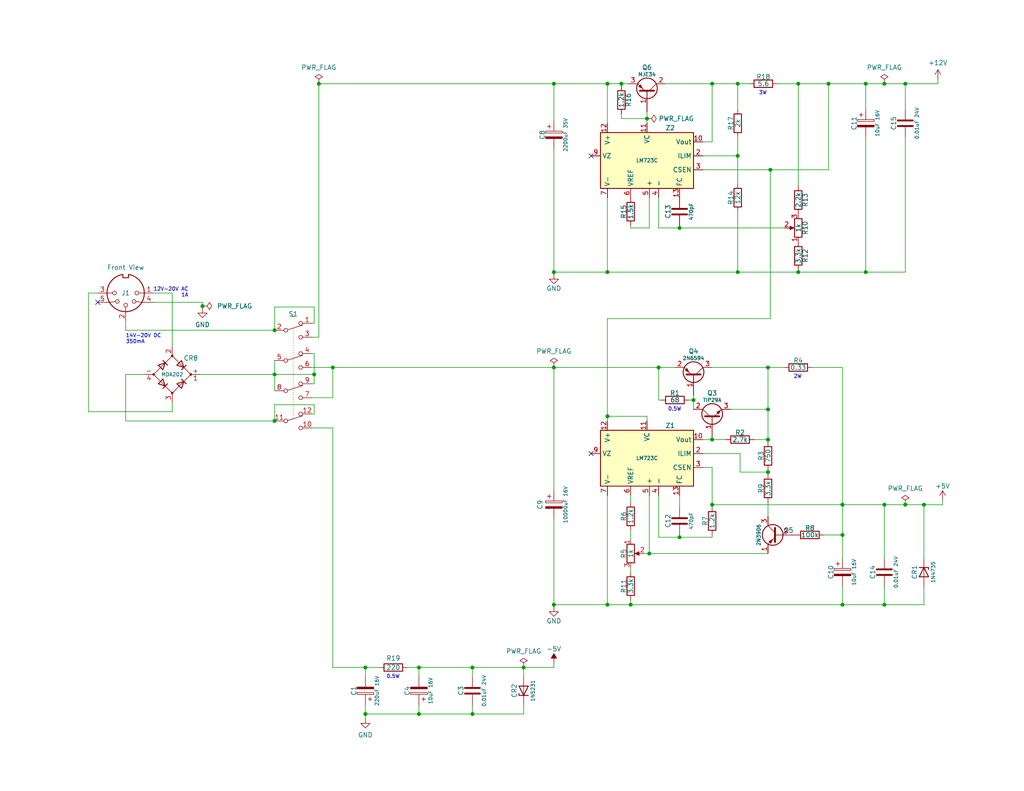
<source format=kicad_sch>
(kicad_sch (version 20231120) (generator "eeschema") (generator_version "8.0")
  (paper "USLetter")
  (title_block (title "TRS-80 Model I Rev D") (date "2024-11-20") (rev "E1A-D") (company "RetroStack - Marcel Erz") (comment 2 "Linear Voltage regulators for +5V, -5V, and +12V") (comment 4 "Power"))
  (lib_symbols
    (symbol "Connector:DIN-5_180degree" (pin_names (offset 1.016))
      (property "Reference" "J" (at 3.175 5.715 0))
      (property "Value" "DIN-5_180degree" (at 0 -6.35 0))
      (symbol "DIN-5_180degree_0_1"
        (arc (start -5.08 0) (mid -3.8609 -3.3364) (end -0.762 -5.08) (stroke (width 0.254)))
        (circle (center -3.048 0) (radius 0.508))
        (circle (center -2.286 2.286) (radius 0.508))
        (polyline (pts (xy -5.08 0) (xy -3.556 0)))
        (polyline (pts (xy 0 5.08) (xy 0 3.81)))
        (polyline (pts (xy 5.08 0) (xy 3.556 0)))
        (polyline (pts (xy -5.08 2.54) (xy -4.318 2.54) (xy -2.794 2.286)))
        (polyline (pts (xy 5.08 2.54) (xy 4.318 2.54) (xy 2.794 2.286)))
        (polyline (pts (xy -0.762 -4.953) (xy -0.762 -4.191) (xy 0.762 -4.191) (xy 0.762 -4.953)) (stroke (width 0.254)))
        (circle (center 0 3.302) (radius 0.508))
        (arc (start 0.762 -5.08) (mid 3.8685 -3.343) (end 5.08 0) (stroke (width 0.254)))
        (circle (center 2.286 2.286) (radius 0.508))
        (circle (center 3.048 0) (radius 0.508))
        (arc (start 5.08 0) (mid 0 5.0579) (end -5.08 0) (stroke (width 0.254)))
      )
      (symbol "DIN-5_180degree_1_1"
        (pin passive line (at -7.62 0 0) (length 2.54) (name "~") (number "1"))
        (pin passive line (at 0 7.62 270) (length 2.54) (name "~") (number "2"))
        (pin passive line (at 7.62 0 180) (length 2.54) (name "~") (number "3"))
        (pin passive line (at -7.62 2.54 0) (length 2.54) (name "~") (number "4"))
        (pin passive line (at 7.62 2.54 180) (length 2.54) (name "~") (number "5"))
      )
    )
    (symbol "Device:C" (pin_numbers hide) (pin_names (offset 0.254))
      (property "Reference" "C" (at 0.635 2.54 0))
      (property "Value" "C" (at 0.635 -2.54 0))
      (symbol "C_0_1"
        (polyline (pts (xy -2.032 -0.762) (xy 2.032 -0.762)) (stroke (width 0.508)))
        (polyline (pts (xy -2.032 0.762) (xy 2.032 0.762)) (stroke (width 0.508)))
      )
      (symbol "C_1_1"
        (pin passive line (at 0 3.81 270) (length 2.794) (name "~") (number "1"))
        (pin passive line (at 0 -3.81 90) (length 2.794) (name "~") (number "2"))
      )
    )
    (symbol "Device:C_Polarized" (pin_numbers hide) (pin_names (offset 0.254))
      (property "Reference" "C" (at 0.635 2.54 0))
      (property "Value" "C_Polarized" (at 0.635 -2.54 0))
      (symbol "C_Polarized_0_1"
        (rectangle (start -2.286 0.508) (end 2.286 1.016))
        (polyline (pts (xy -1.778 2.286) (xy -0.762 2.286)))
        (polyline (pts (xy -1.27 2.794) (xy -1.27 1.778)))
        (rectangle (start 2.286 -0.508) (end -2.286 -1.016) (fill (type outline)))
      )
      (symbol "C_Polarized_1_1"
        (pin passive line (at 0 3.81 270) (length 2.794) (name "~") (number "1"))
        (pin passive line (at 0 -3.81 90) (length 2.794) (name "~") (number "2"))
      )
    )
    (symbol "Device:D_Bridge_+AA-" (pin_names (offset 0))
      (property "Reference" "D" (at 2.54 6.985 0))
      (property "Value" "D_Bridge_+AA-" (at 2.54 5.08 0))
      (symbol "D_Bridge_+AA-_0_1"
        (circle (center -5.08 0) (radius 0.254) (fill (type outline)))
        (circle (center 0 -5.08) (radius 0.254) (fill (type outline)))
        (polyline (pts (xy -2.54 3.81) (xy -1.27 2.54)) (stroke (width 0.254)))
        (polyline (pts (xy -1.27 -2.54) (xy -2.54 -3.81)) (stroke (width 0.254)))
        (polyline (pts (xy 2.54 -1.27) (xy 3.81 -2.54)) (stroke (width 0.254)))
        (polyline (pts (xy 2.54 1.27) (xy 3.81 2.54)) (stroke (width 0.254)))
        (polyline (pts (xy -3.81 2.54) (xy -2.54 1.27) (xy -1.905 3.175) (xy -3.81 2.54)) (stroke (width 0.254)))
        (polyline (pts (xy -2.54 -1.27) (xy -3.81 -2.54) (xy -1.905 -3.175) (xy -2.54 -1.27)) (stroke (width 0.254)))
        (polyline (pts (xy 1.27 2.54) (xy 2.54 3.81) (xy 3.175 1.905) (xy 1.27 2.54)) (stroke (width 0.254)))
        (polyline (pts (xy 3.175 -1.905) (xy 1.27 -2.54) (xy 2.54 -3.81) (xy 3.175 -1.905)) (stroke (width 0.254)))
        (polyline (pts (xy -5.08 0) (xy 0 -5.08) (xy 5.08 0) (xy 0 5.08) (xy -5.08 0)))
        (circle (center 0 5.08) (radius 0.254) (fill (type outline)))
        (circle (center 5.08 0) (radius 0.254) (fill (type outline)))
      )
      (symbol "D_Bridge_+AA-_1_1"
        (pin passive line (at 7.62 0 180) (length 2.54) (name "+") (number "1"))
        (pin passive line (at 0 7.62 270) (length 2.54) (name "~") (number "2"))
        (pin passive line (at 0 -7.62 90) (length 2.54) (name "~") (number "3"))
        (pin passive line (at -7.62 0 0) (length 2.54) (name "-") (number "4"))
      )
    )
    (symbol "Device:D_Zener" (pin_numbers hide) (pin_names (offset 1.016) hide)
      (property "Reference" "D" (at 0 2.54 0))
      (property "Value" "D_Zener" (at 0 -2.54 0))
      (symbol "D_Zener_0_1"
        (polyline (pts (xy 1.27 0) (xy -1.27 0)))
        (polyline (pts (xy -1.27 -1.27) (xy -1.27 1.27) (xy -0.762 1.27)) (stroke (width 0.254)))
        (polyline (pts (xy 1.27 -1.27) (xy 1.27 1.27) (xy -1.27 0) (xy 1.27 -1.27)) (stroke (width 0.254)))
      )
      (symbol "D_Zener_1_1"
        (pin passive line (at -3.81 0 0) (length 2.54) (name "K") (number "1"))
        (pin passive line (at 3.81 0 180) (length 2.54) (name "A") (number "2"))
      )
    )
    (symbol "Device:Q_NPN_BCE" (pin_names (offset 0) hide)
      (property "Reference" "Q" (at 5.08 1.27 0))
      (property "Value" "Q_NPN_BCE" (at 5.08 -1.27 0))
      (symbol "Q_NPN_BCE_0_1"
        (polyline (pts (xy 0.635 0.635) (xy 2.54 2.54)))
        (polyline (pts (xy 0.635 -0.635) (xy 2.54 -2.54) (xy 2.54 -2.54)))
        (polyline (pts (xy 0.635 1.905) (xy 0.635 -1.905) (xy 0.635 -1.905)) (stroke (width 0.508)))
        (polyline (pts (xy 1.27 -1.778) (xy 1.778 -1.27) (xy 2.286 -2.286) (xy 1.27 -1.778) (xy 1.27 -1.778)) (fill (type outline)))
        (circle (center 1.27 0) (radius 2.8194) (stroke (width 0.254)))
      )
      (symbol "Q_NPN_BCE_1_1"
        (pin input line (at -5.08 0 0) (length 5.715) (name "B") (number "1"))
        (pin passive line (at 2.54 5.08 270) (length 2.54) (name "C") (number "2"))
        (pin passive line (at 2.54 -5.08 90) (length 2.54) (name "E") (number "3"))
      )
    )
    (symbol "Device:Q_PNP_BCE" (pin_names (offset 0) hide)
      (property "Reference" "Q" (at 5.08 1.27 0))
      (property "Value" "Q_PNP_BCE" (at 5.08 -1.27 0))
      (symbol "Q_PNP_BCE_0_1"
        (polyline (pts (xy 0.635 0.635) (xy 2.54 2.54)))
        (polyline (pts (xy 0.635 -0.635) (xy 2.54 -2.54) (xy 2.54 -2.54)))
        (polyline (pts (xy 0.635 1.905) (xy 0.635 -1.905) (xy 0.635 -1.905)) (stroke (width 0.508)))
        (polyline (pts (xy 2.286 -1.778) (xy 1.778 -2.286) (xy 1.27 -1.27) (xy 2.286 -1.778) (xy 2.286 -1.778)) (fill (type outline)))
        (circle (center 1.27 0) (radius 2.8194) (stroke (width 0.254)))
      )
      (symbol "Q_PNP_BCE_1_1"
        (pin input line (at -5.08 0 0) (length 5.715) (name "B") (number "1"))
        (pin passive line (at 2.54 5.08 270) (length 2.54) (name "C") (number "2"))
        (pin passive line (at 2.54 -5.08 90) (length 2.54) (name "E") (number "3"))
      )
    )
    (symbol "Device:Q_PNP_BEC" (pin_names (offset 0) hide)
      (property "Reference" "Q" (at 5.08 1.27 0))
      (property "Value" "Q_PNP_BEC" (at 5.08 -1.27 0))
      (symbol "Q_PNP_BEC_0_1"
        (polyline (pts (xy 0.635 0.635) (xy 2.54 2.54)))
        (polyline (pts (xy 0.635 -0.635) (xy 2.54 -2.54) (xy 2.54 -2.54)))
        (polyline (pts (xy 0.635 1.905) (xy 0.635 -1.905) (xy 0.635 -1.905)) (stroke (width 0.508)))
        (polyline (pts (xy 2.286 -1.778) (xy 1.778 -2.286) (xy 1.27 -1.27) (xy 2.286 -1.778) (xy 2.286 -1.778)) (fill (type outline)))
        (circle (center 1.27 0) (radius 2.8194) (stroke (width 0.254)))
      )
      (symbol "Q_PNP_BEC_1_1"
        (pin input line (at -5.08 0 0) (length 5.715) (name "B") (number "1"))
        (pin passive line (at 2.54 -5.08 90) (length 2.54) (name "E") (number "2"))
        (pin passive line (at 2.54 5.08 270) (length 2.54) (name "C") (number "3"))
      )
    )
    (symbol "Device:R" (pin_numbers hide) (pin_names (offset 0))
      (property "Reference" "R" (at 2.032 0 90))
      (property "Value" "R" (at 0 0 90))
      (symbol "R_0_1"
        (rectangle (start -1.016 -2.54) (end 1.016 2.54) (stroke (width 0.254)))
      )
      (symbol "R_1_1"
        (pin passive line (at 0 3.81 270) (length 1.27) (name "~") (number "1"))
        (pin passive line (at 0 -3.81 90) (length 1.27) (name "~") (number "2"))
      )
    )
    (symbol "Device:R_Potentiometer" (pin_names (offset 1.016) hide)
      (property "Reference" "RV" (at -4.445 0 90))
      (property "Value" "R_Potentiometer" (at -2.54 0 90))
      (symbol "R_Potentiometer_0_1"
        (polyline (pts (xy 2.54 0) (xy 1.524 0)))
        (polyline (pts (xy 1.143 0) (xy 2.286 0.508) (xy 2.286 -0.508) (xy 1.143 0)) (fill (type outline)))
        (rectangle (start 1.016 2.54) (end -1.016 -2.54) (stroke (width 0.254)))
      )
      (symbol "R_Potentiometer_1_1"
        (pin passive line (at 0 3.81 270) (length 1.27) (name "1") (number "1"))
        (pin passive line (at 3.81 0 180) (length 1.27) (name "2") (number "2"))
        (pin passive line (at 0 -3.81 90) (length 1.27) (name "3") (number "3"))
      )
    )
    (symbol "LM723C_1"
      (property "Reference" "U" (at 0 0 0))
      (symbol "LM723C_1_0_1"
        (rectangle (start -12.7 -5.08) (end 12.7 -20.32) (stroke (width 0.254)) (fill (type background)))
      )
      (symbol "LM723C_1_1_1"
        (pin no_connect line (at -15.24 -13.97 0) (length 2.54) hide (name "NC") (number "1"))
        (pin power_out line (at 15.24 -7.62 180) (length 2.54) (name "Vout") (number "10"))
        (pin power_in line (at 0 -2.54 270) (length 2.54) (name "VC") (number "11"))
        (pin power_in line (at -10.795 -2.54 270) (length 2.54) (name "V+") (number "12"))
        (pin input line (at 8.89 -22.86 90) (length 2.54) (name "FC") (number "13"))
        (pin no_connect line (at -15.24 -15.875 0) (length 2.54) hide (name "NC") (number "14"))
        (pin input line (at 15.24 -11.43 180) (length 2.54) (name "ILIM") (number "2"))
        (pin input line (at 15.24 -15.24 180) (length 2.54) (name "CSEN") (number "3"))
        (pin input line (at 3.175 -22.86 90) (length 2.54) (name "-") (number "4"))
        (pin input line (at 0.635 -22.86 90) (length 2.54) (name "+") (number "5"))
        (pin power_out line (at -4.445 -22.86 90) (length 2.54) (name "VREF") (number "6"))
        (pin power_in line (at -10.795 -22.86 90) (length 2.54) (name "V-") (number "7"))
        (pin no_connect line (at -15.24 -9.525 0) (length 2.54) hide (name "NC") (number "8"))
        (pin input line (at -15.24 -11.43 0) (length 2.54) (name "VZ") (number "9"))
      )
    )
    (symbol "RetroStackLibrary:LM723C"
      (property "Reference" "U" (at 0 0 0))
      (symbol "LM723C_0_1"
        (rectangle (start -12.7 -5.08) (end 12.7 -20.32) (stroke (width 0.254)) (fill (type background)))
      )
      (symbol "LM723C_1_1"
        (pin no_connect line (at -15.24 -13.97 0) (length 2.54) hide (name "NC") (number "1"))
        (pin power_out line (at 15.24 -7.62 180) (length 2.54) (name "Vout") (number "10"))
        (pin power_in line (at 0 -2.54 270) (length 2.54) (name "VC") (number "11"))
        (pin power_in line (at -10.795 -2.54 270) (length 2.54) (name "V+") (number "12"))
        (pin input line (at 8.89 -22.86 90) (length 2.54) (name "FC") (number "13"))
        (pin no_connect line (at -15.24 -15.875 0) (length 2.54) hide (name "NC") (number "14"))
        (pin input line (at 15.24 -11.43 180) (length 2.54) (name "ILIM") (number "2"))
        (pin input line (at 15.24 -15.24 180) (length 2.54) (name "CSEN") (number "3"))
        (pin input line (at 3.175 -22.86 90) (length 2.54) (name "-") (number "4"))
        (pin input line (at 0.635 -22.86 90) (length 2.54) (name "+") (number "5"))
        (pin power_out line (at -4.445 -22.86 90) (length 2.54) (name "VREF") (number "6"))
        (pin power_in line (at -10.795 -22.86 90) (length 2.54) (name "V-") (number "7"))
        (pin no_connect line (at -15.24 -9.525 0) (length 2.54) hide (name "NC") (number "8"))
        (pin input line (at -15.24 -11.43 0) (length 2.54) (name "VZ") (number "9"))
      )
    )
    (symbol "RetroStackLibrary:SW_4PST"
      (property "Reference" "SW" (at 0 0 0))
      (symbol "SW_4PST_0_0"
        (circle (center -2.032 -28.575) (radius 0.508))
        (circle (center -2.032 -20.32) (radius 0.508))
        (circle (center -2.032 -12.065) (radius 0.508))
        (circle (center -2.032 -3.81) (radius 0.508))
        (polyline (pts (xy -1.524 -28.448) (xy 2.54 -27.178)))
        (polyline (pts (xy -1.524 -20.193) (xy 2.54 -18.923)))
        (polyline (pts (xy -1.524 -11.938) (xy 2.54 -10.668)))
        (polyline (pts (xy -1.524 -3.683) (xy 2.54 -2.413)))
        (circle (center 2.032 -30.48) (radius 0.508))
        (circle (center 2.032 -26.67) (radius 0.508))
        (circle (center 2.032 -22.225) (radius 0.508))
        (circle (center 2.032 -18.415) (radius 0.508))
        (circle (center 2.032 -13.97) (radius 0.508))
        (circle (center 2.032 -10.16) (radius 0.508))
        (circle (center 2.032 -5.715) (radius 0.508))
        (circle (center 2.032 -1.905) (radius 0.508))
      )
      (symbol "SW_4PST_1_1"
        (polyline (pts (xy 0 -27.813) (xy 0 -3.3655)) (stroke (width 0) (type dot)))
        (pin passive line (at 5.08 -1.905 180) (length 2.54) (name "~") (number "1"))
        (pin passive line (at 5.08 -30.48 180) (length 2.54) (name "~") (number "10"))
        (pin passive line (at -5.08 -28.575 0) (length 2.54) (name "~") (number "11"))
        (pin passive line (at 5.08 -26.67 180) (length 2.54) (name "~") (number "12"))
        (pin passive line (at -5.08 -3.81 0) (length 2.54) (name "~") (number "2"))
        (pin passive line (at 5.08 -5.715 180) (length 2.54) (name "~") (number "3"))
        (pin passive line (at 5.08 -10.16 180) (length 2.54) (name "~") (number "4"))
        (pin passive line (at -5.08 -12.065 0) (length 2.54) (name "~") (number "5"))
        (pin passive line (at 5.08 -13.97 180) (length 2.54) (name "~") (number "6"))
        (pin passive line (at 5.08 -22.225 180) (length 2.54) (name "~") (number "7"))
        (pin passive line (at -5.08 -20.32 0) (length 2.54) (name "~") (number "8"))
        (pin passive line (at 5.08 -18.415 180) (length 2.54) (name "~") (number "9"))
      )
    )
    (symbol "Transistor_BJT:2N3906" (pin_names (offset 0) hide)
      (property "Reference" "Q" (at 5.08 1.905 0))
      (property "Value" "2N3906" (at 5.08 0 0))
      (symbol "2N3906_0_1"
        (polyline (pts (xy 0.635 0.635) (xy 2.54 2.54)))
        (polyline (pts (xy 0.635 -0.635) (xy 2.54 -2.54) (xy 2.54 -2.54)))
        (polyline (pts (xy 0.635 1.905) (xy 0.635 -1.905) (xy 0.635 -1.905)) (stroke (width 0.508)))
        (polyline (pts (xy 2.286 -1.778) (xy 1.778 -2.286) (xy 1.27 -1.27) (xy 2.286 -1.778) (xy 2.286 -1.778)) (fill (type outline)))
        (circle (center 1.27 0) (radius 2.8194) (stroke (width 0.254)))
      )
      (symbol "2N3906_1_1"
        (pin passive line (at 2.54 -5.08 90) (length 2.54) (name "E") (number "1"))
        (pin input line (at -5.08 0 0) (length 5.715) (name "B") (number "2"))
        (pin passive line (at 2.54 5.08 270) (length 2.54) (name "C") (number "3"))
      )
    )
    (symbol "power:+12V" (power) (pin_numbers hide) (pin_names (offset 0) hide)
      (property "Value" "+12V" (at 0 3.556 0))
      (symbol "+12V_0_1"
        (polyline (pts (xy -0.762 1.27) (xy 0 2.54)))
        (polyline (pts (xy 0 0) (xy 0 2.54)))
        (polyline (pts (xy 0 2.54) (xy 0.762 1.27)))
      )
      (symbol "+12V_1_1"
        (pin power_in line (at 0 0 90) (length 0) (name "~") (number "1"))
      )
    )
    (symbol "power:+5V" (power) (pin_numbers hide) (pin_names (offset 0) hide)
      (property "Value" "+5V" (at 0 3.556 0))
      (symbol "+5V_0_1"
        (polyline (pts (xy -0.762 1.27) (xy 0 2.54)))
        (polyline (pts (xy 0 0) (xy 0 2.54)))
        (polyline (pts (xy 0 2.54) (xy 0.762 1.27)))
      )
      (symbol "+5V_1_1"
        (pin power_in line (at 0 0 90) (length 0) (name "~") (number "1"))
      )
    )
    (symbol "power:-5V" (power) (pin_numbers hide) (pin_names (offset 0) hide)
      (property "Value" "-5V" (at 0 3.556 0))
      (symbol "-5V_0_0"
        (pin power_in line (at 0 0 90) (length 0) (name "~") (number "1"))
      )
      (symbol "-5V_0_1"
        (polyline (pts (xy 0 0) (xy 0 1.27) (xy 0.762 1.27) (xy 0 2.54) (xy -0.762 1.27) (xy 0 1.27)) (fill (type outline)))
      )
    )
    (symbol "power:GND" (power) (pin_numbers hide) (pin_names (offset 0) hide)
      (property "Value" "GND" (at 0 -3.81 0))
      (symbol "GND_0_1"
        (polyline (pts (xy 0 0) (xy 0 -1.27) (xy 1.27 -1.27) (xy 0 -2.54) (xy -1.27 -1.27) (xy 0 -1.27)))
      )
      (symbol "GND_1_1"
        (pin power_in line (at 0 0 270) (length 0) (name "~") (number "1"))
      )
    )
    (symbol "power:PWR_FLAG" (power) (pin_numbers hide) (pin_names (offset 0) hide)
      (property "Value" "PWR_FLAG" (at 0 3.81 0))
      (symbol "PWR_FLAG_0_0"
        (pin power_out line (at 0 0 90) (length 0) (name "~") (number "1"))
      )
      (symbol "PWR_FLAG_0_1"
        (polyline (pts (xy 0 0) (xy 0 1.27) (xy -1.016 1.905) (xy 0 2.54) (xy 1.016 1.905) (xy 0 1.27)))
      )
    )
  )
  (junction (at 165.735 165.1))
  (junction (at 229.87 137.795))
  (junction (at 210.185 46.355))
  (junction (at 114.3 182.245))
  (junction (at 151.13 22.86))
  (junction (at 169.545 22.86))
  (junction (at 177.165 151.13))
  (junction (at 194.31 22.86))
  (junction (at 201.295 22.86))
  (junction (at 185.42 62.23))
  (junction (at 241.3 137.795))
  (junction (at 201.295 42.545))
  (junction (at 194.31 137.795))
  (junction (at 241.3 165.1))
  (junction (at 217.805 22.86))
  (junction (at 209.55 111.76))
  (junction (at 165.735 113.665))
  (junction (at 74.93 90.17))
  (junction (at 74.93 114.935))
  (junction (at 90.805 100.33))
  (junction (at 128.905 182.245))
  (junction (at 236.22 74.295))
  (junction (at 85.725 102.235))
  (junction (at 99.695 194.945))
  (junction (at 142.875 182.245))
  (junction (at 226.06 22.86))
  (junction (at 252.095 137.795))
  (junction (at 194.31 120.015))
  (junction (at 179.705 100.33))
  (junction (at 229.87 146.05))
  (junction (at 86.995 22.86))
  (junction (at 217.805 74.295))
  (junction (at 247.015 137.795))
  (junction (at 55.245 83.566))
  (junction (at 172.085 165.1))
  (junction (at 241.3 22.86))
  (junction (at 151.13 100.33))
  (junction (at 201.295 74.295))
  (junction (at 229.87 165.1))
  (junction (at 128.905 194.945))
  (junction (at 176.53 32.385))
  (junction (at 209.55 120.015))
  (junction (at 189.23 109.22))
  (junction (at 209.55 100.33))
  (junction (at 236.22 22.86))
  (junction (at 151.13 165.1))
  (junction (at 165.735 74.295))
  (junction (at 247.015 22.86))
  (junction (at 151.13 74.295))
  (junction (at 165.735 22.86))
  (junction (at 74.93 102.235))
  (junction (at 99.695 182.245))
  (junction (at 209.55 128.905))
  (junction (at 185.42 146.685))
  (junction (at 114.3 194.945))
  (no_connect (at 26.67 82.55))
  (no_connect (at 161.29 42.545))
  (no_connect (at 161.29 123.825))
  (wire (pts (xy 176.53 32.385) (xy 176.53 33.655)))
  (wire (pts (xy 172.085 163.83) (xy 172.085 165.1)))
  (wire (pts (xy 24.13 80.01) (xy 26.67 80.01)))
  (wire (pts (xy 201.295 74.295) (xy 217.805 74.295)))
  (wire (pts (xy 229.87 146.05) (xy 224.79 146.05)))
  (wire (pts (xy 201.93 128.905) (xy 209.55 128.905)))
  (wire (pts (xy 179.705 100.33) (xy 184.15 100.33)))
  (wire (pts (xy 85.725 96.52) (xy 85.725 102.235)))
  (wire (pts (xy 194.31 146.685) (xy 194.31 146.05)))
  (wire (pts (xy 85.725 88.265) (xy 85.725 83.82)))
  (wire (pts (xy 217.805 50.8) (xy 217.805 22.86)))
  (wire (pts (xy 201.295 74.295) (xy 165.735 74.295)))
  (wire (pts (xy 179.705 53.975) (xy 179.705 62.23)))
  (wire (pts (xy 191.77 127.635) (xy 194.31 127.635)))
  (wire (pts (xy 194.31 120.015) (xy 194.31 119.38)))
  (wire (pts (xy 201.295 22.86) (xy 204.47 22.86)))
  (wire (pts (xy 54.61 102.235) (xy 74.93 102.235)))
  (wire (pts (xy 229.87 165.1) (xy 241.3 165.1)))
  (wire (pts (xy 151.13 22.86) (xy 165.735 22.86)))
  (wire (pts (xy 55.245 82.55) (xy 41.91 82.55)))
  (wire (pts (xy 252.095 160.02) (xy 252.095 165.1)))
  (wire (pts (xy 191.77 123.825) (xy 201.93 123.825)))
  (wire (pts (xy 201.295 42.545) (xy 201.295 50.165)))
  (wire (pts (xy 185.42 146.05) (xy 185.42 146.685)))
  (wire (pts (xy 151.13 40.64) (xy 151.13 74.295)))
  (wire (pts (xy 74.93 83.82) (xy 74.93 90.17)))
  (wire (pts (xy 177.165 62.23) (xy 177.165 53.975)))
  (wire (pts (xy 172.085 61.595) (xy 172.085 62.23)))
  (wire (pts (xy 142.875 192.405) (xy 142.875 194.945)))
  (wire (pts (xy 142.875 194.945) (xy 128.905 194.945)))
  (wire (pts (xy 179.705 146.685) (xy 185.42 146.685)))
  (wire (pts (xy 151.13 182.245) (xy 151.13 180.975)))
  (wire (pts (xy 165.735 113.665) (xy 165.735 114.935)))
  (wire (pts (xy 217.805 22.86) (xy 226.06 22.86)))
  (wire (pts (xy 247.015 22.86) (xy 247.015 29.845)))
  (wire (pts (xy 128.905 182.245) (xy 142.875 182.245)))
  (wire (pts (xy 236.22 74.295) (xy 247.015 74.295)))
  (wire (pts (xy 241.3 137.795) (xy 241.3 152.4)))
  (wire (pts (xy 169.545 22.86) (xy 171.45 22.86)))
  (wire (pts (xy 55.245 82.55) (xy 55.245 83.566)))
  (wire (pts (xy 85.725 83.82) (xy 74.93 83.82)))
  (wire (pts (xy 114.3 192.405) (xy 114.3 194.945)))
  (wire (pts (xy 217.805 73.66) (xy 217.805 74.295)))
  (wire (pts (xy 177.165 135.255) (xy 177.165 151.13)))
  (wire (pts (xy 34.29 114.935) (xy 74.93 114.935)))
  (wire (pts (xy 209.55 128.905) (xy 209.55 128.27)))
  (wire (pts (xy 90.805 100.33) (xy 151.13 100.33)))
  (wire (pts (xy 205.74 120.015) (xy 209.55 120.015)))
  (wire (pts (xy 210.185 86.995) (xy 165.735 86.995)))
  (wire (pts (xy 209.55 137.16) (xy 209.55 140.97)))
  (wire (pts (xy 175.895 151.13) (xy 177.165 151.13)))
  (wire (pts (xy 209.55 111.76) (xy 199.39 111.76)))
  (wire (pts (xy 142.875 182.245) (xy 151.13 182.245)))
  (wire (pts (xy 179.705 109.22) (xy 180.34 109.22)))
  (wire (pts (xy 179.705 62.23) (xy 185.42 62.23)))
  (wire (pts (xy 209.55 100.33) (xy 209.55 111.76)))
  (wire (pts (xy 241.3 22.86) (xy 236.22 22.86)))
  (wire (pts (xy 85.09 96.52) (xy 85.725 96.52)))
  (wire (pts (xy 179.705 135.255) (xy 179.705 146.685)))
  (wire (pts (xy 151.13 165.1) (xy 165.735 165.1)))
  (wire (pts (xy 85.09 100.33) (xy 90.805 100.33)))
  (wire (pts (xy 169.545 32.385) (xy 176.53 32.385)))
  (wire (pts (xy 255.905 21.59) (xy 255.905 22.86)))
  (wire (pts (xy 142.875 182.245) (xy 142.875 184.785)))
  (wire (pts (xy 201.295 57.785) (xy 201.295 74.295)))
  (wire (pts (xy 169.545 22.86) (xy 169.545 23.495)))
  (wire (pts (xy 194.31 22.86) (xy 201.295 22.86)))
  (wire (pts (xy 185.42 61.595) (xy 185.42 62.23)))
  (wire (pts (xy 85.09 88.265) (xy 85.725 88.265)))
  (wire (pts (xy 86.995 22.86) (xy 151.13 22.86)))
  (wire (pts (xy 176.53 113.665) (xy 176.53 114.935)))
  (wire (pts (xy 201.93 123.825) (xy 201.93 128.905)))
  (wire (pts (xy 165.735 86.995) (xy 165.735 113.665)))
  (wire (pts (xy 241.3 160.02) (xy 241.3 165.1)))
  (wire (pts (xy 185.42 62.23) (xy 213.995 62.23)))
  (wire (pts (xy 114.3 194.945) (xy 128.905 194.945)))
  (wire (pts (xy 189.23 109.22) (xy 189.23 107.95)))
  (wire (pts (xy 165.735 22.86) (xy 169.545 22.86)))
  (wire (pts (xy 34.29 102.235) (xy 34.29 114.935)))
  (wire (pts (xy 165.735 53.975) (xy 165.735 74.295)))
  (wire (pts (xy 252.095 165.1) (xy 241.3 165.1)))
  (wire (pts (xy 191.77 120.015) (xy 194.31 120.015)))
  (wire (pts (xy 209.55 100.33) (xy 213.995 100.33)))
  (wire (pts (xy 85.725 102.235) (xy 85.725 104.775)))
  (wire (pts (xy 90.805 100.33) (xy 90.805 108.585)))
  (wire (pts (xy 172.085 144.78) (xy 172.085 147.32)))
  (wire (pts (xy 209.55 120.65) (xy 209.55 120.015)))
  (wire (pts (xy 74.93 102.235) (xy 74.93 106.68)))
  (wire (pts (xy 252.095 137.795) (xy 252.095 152.4)))
  (wire (pts (xy 221.615 100.33) (xy 229.87 100.33)))
  (wire (pts (xy 74.93 98.425) (xy 74.93 102.235)))
  (wire (pts (xy 151.13 141.605) (xy 151.13 165.1)))
  (wire (pts (xy 191.77 42.545) (xy 201.295 42.545)))
  (wire (pts (xy 165.735 22.86) (xy 165.735 33.655)))
  (wire (pts (xy 229.87 100.33) (xy 229.87 137.795)))
  (wire (pts (xy 191.77 46.355) (xy 210.185 46.355)))
  (wire (pts (xy 99.695 182.245) (xy 103.505 182.245)))
  (wire (pts (xy 247.015 37.465) (xy 247.015 74.295)))
  (wire (pts (xy 46.99 80.01) (xy 41.91 80.01)))
  (wire (pts (xy 209.55 111.76) (xy 209.55 120.015)))
  (wire (pts (xy 99.695 196.215) (xy 99.695 194.945)))
  (wire (pts (xy 212.09 22.86) (xy 217.805 22.86)))
  (wire (pts (xy 201.295 42.545) (xy 201.295 37.465)))
  (wire (pts (xy 46.99 112.395) (xy 24.13 112.395)))
  (wire (pts (xy 165.735 74.295) (xy 151.13 74.295)))
  (wire (pts (xy 187.96 109.22) (xy 189.23 109.22)))
  (wire (pts (xy 55.245 84.201) (xy 55.245 83.566)))
  (wire (pts (xy 90.805 182.245) (xy 99.695 182.245)))
  (wire (pts (xy 165.735 165.1) (xy 172.085 165.1)))
  (wire (pts (xy 114.3 182.245) (xy 114.3 184.785)))
  (wire (pts (xy 85.09 116.84) (xy 90.805 116.84)))
  (wire (pts (xy 85.725 113.03) (xy 85.725 110.49)))
  (wire (pts (xy 209.55 151.13) (xy 177.165 151.13)))
  (wire (pts (xy 194.31 22.86) (xy 194.31 38.735)))
  (wire (pts (xy 99.695 194.945) (xy 114.3 194.945)))
  (wire (pts (xy 151.13 100.33) (xy 151.13 133.985)))
  (wire (pts (xy 185.42 146.685) (xy 194.31 146.685)))
  (wire (pts (xy 86.995 92.075) (xy 86.995 22.86)))
  (wire (pts (xy 46.99 112.395) (xy 46.99 109.855)))
  (wire (pts (xy 172.085 135.255) (xy 172.085 137.16)))
  (wire (pts (xy 34.29 87.63) (xy 34.29 90.17)))
  (wire (pts (xy 229.87 137.795) (xy 241.3 137.795)))
  (wire (pts (xy 34.29 90.17) (xy 74.93 90.17)))
  (wire (pts (xy 209.55 128.905) (xy 209.55 129.54)))
  (wire (pts (xy 194.31 137.795) (xy 194.31 138.43)))
  (wire (pts (xy 236.22 22.86) (xy 236.22 29.845)))
  (wire (pts (xy 172.085 165.1) (xy 229.87 165.1)))
  (wire (pts (xy 236.22 37.465) (xy 236.22 74.295)))
  (wire (pts (xy 257.175 137.795) (xy 252.095 137.795)))
  (wire (pts (xy 194.31 127.635) (xy 194.31 137.795)))
  (wire (pts (xy 191.77 38.735) (xy 194.31 38.735)))
  (wire (pts (xy 172.085 156.21) (xy 172.085 154.94)))
  (wire (pts (xy 165.735 113.665) (xy 176.53 113.665)))
  (wire (pts (xy 85.725 110.49) (xy 74.93 110.49)))
  (wire (pts (xy 128.905 182.245) (xy 128.905 184.785)))
  (wire (pts (xy 85.09 113.03) (xy 85.725 113.03)))
  (wire (pts (xy 151.13 100.33) (xy 179.705 100.33)))
  (wire (pts (xy 257.175 136.525) (xy 257.175 137.795)))
  (wire (pts (xy 255.905 22.86) (xy 247.015 22.86)))
  (wire (pts (xy 181.61 22.86) (xy 194.31 22.86)))
  (wire (pts (xy 229.87 137.795) (xy 229.87 146.05)))
  (wire (pts (xy 169.545 31.115) (xy 169.545 32.385)))
  (wire (pts (xy 210.185 46.355) (xy 226.06 46.355)))
  (wire (pts (xy 85.09 92.075) (xy 86.995 92.075)))
  (wire (pts (xy 236.22 74.295) (xy 217.805 74.295)))
  (wire (pts (xy 90.805 116.84) (xy 90.805 182.245)))
  (wire (pts (xy 241.3 137.795) (xy 247.015 137.795)))
  (wire (pts (xy 114.3 182.245) (xy 128.905 182.245)))
  (wire (pts (xy 194.31 120.015) (xy 198.12 120.015)))
  (wire (pts (xy 194.31 100.33) (xy 209.55 100.33)))
  (wire (pts (xy 151.13 74.295) (xy 151.13 74.93)))
  (wire (pts (xy 247.015 22.86) (xy 241.3 22.86)))
  (wire (pts (xy 201.295 22.86) (xy 201.295 29.845)))
  (wire (pts (xy 39.37 102.235) (xy 34.29 102.235)))
  (wire (pts (xy 194.31 137.795) (xy 229.87 137.795)))
  (wire (pts (xy 229.87 160.02) (xy 229.87 165.1)))
  (wire (pts (xy 85.09 108.585) (xy 90.805 108.585)))
  (wire (pts (xy 189.23 109.22) (xy 189.23 111.76)))
  (wire (pts (xy 247.015 137.795) (xy 252.095 137.795)))
  (wire (pts (xy 99.695 194.945) (xy 99.695 192.405)))
  (wire (pts (xy 85.725 104.775) (xy 85.09 104.775)))
  (wire (pts (xy 176.53 30.48) (xy 176.53 32.385)))
  (wire (pts (xy 210.185 46.355) (xy 210.185 86.995)))
  (wire (pts (xy 128.905 192.405) (xy 128.905 194.945)))
  (wire (pts (xy 151.13 33.02) (xy 151.13 22.86)))
  (wire (pts (xy 24.13 112.395) (xy 24.13 80.01)))
  (wire (pts (xy 226.06 22.86) (xy 226.06 46.355)))
  (wire (pts (xy 185.42 138.43) (xy 185.42 135.255)))
  (wire (pts (xy 151.13 165.735) (xy 151.13 165.1)))
  (wire (pts (xy 46.99 80.01) (xy 46.99 94.615)))
  (wire (pts (xy 74.93 110.49) (xy 74.93 114.935)))
  (wire (pts (xy 111.125 182.245) (xy 114.3 182.245)))
  (wire (pts (xy 99.695 182.245) (xy 99.695 184.785)))
  (wire (pts (xy 229.87 146.05) (xy 229.87 152.4)))
  (wire (pts (xy 226.06 22.86) (xy 236.22 22.86)))
  (wire (pts (xy 165.735 135.255) (xy 165.735 165.1)))
  (wire (pts (xy 172.085 62.23) (xy 177.165 62.23)))
  (wire (pts (xy 179.705 100.33) (xy 179.705 109.22)))
  (wire (pts (xy 74.93 102.235) (xy 85.725 102.235)))
  (text "12V-20V AC\n1A" (at 51.435 81.28 0) (effects (font (size 1 1)) (justify right bottom)))
  (text "2W" (at 216.535 103.505 0) (effects (font (size 1 1)) (justify left bottom)))
  (text "0.5W" (at 105.41 185.42 0) (effects (font (size 1 1)) (justify left bottom)))
  (text "3W" (at 207.01 26.035 0) (effects (font (size 1 1)) (justify left bottom)))
  (text "0.5W" (at 182.245 112.395 0) (effects (font (size 1 1)) (justify left bottom)))
  (text "14V-20V DC\n350mA" (at 34.29 93.98 0) (effects (font (size 1 1)) (justify left bottom)))
  (symbol (lib_id "Device:R_Potentiometer") (at 172.085 151.13 0) (unit 1)
    (property "Reference" "R5" (at 170.18 151.13 90))
    (property "Value" "1k" (at 172.085 151.13 90))
    (property "Footprint" "RetroStackLibrary:TRS80_Model_I_R_Pot" (effects (hide yes)))
  )
  (symbol (lib_id "power:-5V") (at 151.13 180.975 0) (unit 1)
    (property "Reference" "#PWR0186" (effects (hide yes)))
    (property "Value" "-5V" (at 151.13 177.165 0))
    (property "Description" "Power symbol creates a global label with name \"-5V\"" (effects (hide yes)))
  )
  (symbol (lib_id "Device:R") (at 172.085 57.785 0) (unit 1)
    (property "Reference" "R15" (at 170.18 57.785 90))
    (property "Value" "1.5k" (at 172.085 57.785 90))
    (property "Footprint" "RetroStackLibrary:TRS80_Model_I_R_0.25W" (effects (hide yes)))
  )
  (symbol (lib_id "power:PWR_FLAG") (at 176.53 32.385 270) (unit 1)
    (property "Reference" "#FLG01" (effects (hide yes)))
    (property "Value" "PWR_FLAG" (at 179.705 32.385 90) (effects (justify left)))
    (property "Description" "Special symbol for telling ERC where power comes from" (effects (hide yes)))
    (instances (project "Power" (path "" (reference "#FLG01") (unit 1))) (project "TRS80_Model_I_G_E1" (path "" (reference "#FLG06") (unit 1))))
  )
  (symbol (lib_id "Device:R") (at 194.31 142.24 0) (unit 1)
    (property "Reference" "R7" (at 192.405 142.24 90))
    (property "Value" "1.2k" (at 194.31 142.24 90))
    (property "Footprint" "RetroStackLibrary:TRS80_Model_I_R_0.25W" (effects (hide yes)))
  )
  (symbol (lib_id "power:PWR_FLAG") (at 247.015 137.795 0) (unit 1)
    (property "Reference" "#FLG01" (effects (hide yes)))
    (property "Value" "PWR_FLAG" (at 247.015 133.35 0))
    (property "Description" "Special symbol for telling ERC where power comes from" (effects (hide yes)))
    (instances (project "Power" (path "" (reference "#FLG01") (unit 1))) (project "TRS80_Model_I_G_E1" (path "" (reference "#FLG04") (unit 1))))
  )
  (symbol (lib_id "Device:R") (at 209.55 133.35 0) (unit 1)
    (property "Reference" "R9" (at 207.645 133.35 90))
    (property "Value" "3.3k" (at 209.55 133.35 90))
    (property "Footprint" "RetroStackLibrary:TRS80_Model_I_R_0.25W" (effects (hide yes)))
  )
  (symbol (lib_name "LM723C_1") (lib_id "RetroStackLibrary:LM723C") (at 176.53 31.115 0) (unit 1)
    (property "Reference" "Z2" (at 182.88 34.925 0))
    (property "Value" "LM723C" (at 176.53 43.815 0) (effects (font (size 1 1))))
    (property "Footprint" "RetroStackLibrary:TRS80_Model_I_DIP14" (effects (hide yes)))
    (property "Datasheet" "http://www.ti.com/lit/ds/symlink/lm723.pdf" (effects (hide yes)))
  )
  (symbol (lib_id "Device:R") (at 209.55 124.46 0) (unit 1)
    (property "Reference" "R3" (at 207.645 124.46 90))
    (property "Value" "750" (at 209.55 124.46 90))
    (property "Footprint" "RetroStackLibrary:TRS80_Model_I_R_0.25W" (effects (hide yes)))
  )
  (symbol (lib_id "Device:C_Polarized") (at 114.3 188.595 180) (unit 1)
    (property "Reference" "C4" (at 111.125 188.595 90))
    (property "Value" "10uF 16V" (at 117.475 188.595 90) (effects (font (size 1 1))))
    (property "Footprint" "RetroStackLibrary:TRS80_Model_I_C_Pol_Radial_5D_2.5P" (effects (hide yes)))
  )
  (symbol (lib_id "RetroStackLibrary:SW_4PST") (at 80.01 86.36 0) (unit 1)
    (property "Reference" "S1" (at 80.01 85.725 0))
    (property "Value" "~" (at 80.01 86.36 0))
    (property "Footprint" "RetroStackLibrary:TRS80_Model_I_Sw_Large" (effects (hide yes)))
  )
  (symbol (lib_id "Transistor_BJT:2N3906") (at 212.09 146.05 0) (mirror y) (unit 1)
    (property "Reference" "Q5" (at 216.535 144.78 0) (effects (justify left)))
    (property "Value" "2N3906" (at 207.01 146.05 90) (effects (font (size 1 1))))
    (property "Footprint" "RetroStackLibrary:TRS80_Model_I_Q_Circle_EBC" (effects (hide yes)))
    (property "Datasheet" "https://www.onsemi.com/pub/Collateral/2N3906-D.PDF" (effects (hide yes)))
  )
  (symbol (lib_id "power:+12V") (at 255.905 21.59 0) (unit 1)
    (property "Reference" "#PWR0189" (effects (hide yes)))
    (property "Value" "+12V" (at 255.905 17.145 0))
    (property "Description" "Power symbol creates a global label with name \"+12V\"" (effects (hide yes)))
  )
  (symbol (lib_id "power:GND") (at 151.13 165.735 0) (unit 1)
    (property "Reference" "#PWR01" (effects (hide yes)))
    (property "Value" "GND" (at 151.13 169.545 0))
    (property "Description" "Power symbol creates a global label with name \"GND\" , ground" (effects (hide yes)))
    (instances (project "Power" (path "" (reference "#PWR01") (unit 1))) (project "TRS80_Model_I_G_E1" (path "" (reference "#PWR0187") (unit 1))))
  )
  (symbol (lib_id "Device:C_Polarized") (at 151.13 36.83 0) (unit 1)
    (property "Reference" "C8" (at 147.955 36.83 90))
    (property "Value" "2200uF 35V" (at 154.305 36.83 90) (effects (font (size 1 1))))
    (property "Footprint" "RetroStackLibrary:TRS80_Model_I_C_Pol_Axial_41L_19W_48P" (effects (hide yes)))
  )
  (symbol (lib_id "Device:R") (at 169.545 27.305 0) (unit 1)
    (property "Reference" "R16" (at 171.45 27.305 90))
    (property "Value" "1.2k" (at 169.545 27.305 90))
    (property "Footprint" "RetroStackLibrary:TRS80_Model_I_R_0.25W" (effects (hide yes)))
  )
  (symbol (lib_id "power:GND") (at 99.695 196.215 0) (unit 1)
    (property "Reference" "#PWR01" (effects (hide yes)))
    (property "Value" "GND" (at 99.695 200.6584 0))
    (property "Description" "Power symbol creates a global label with name \"GND\" , ground" (effects (hide yes)))
    (instances (project "Power" (path "" (reference "#PWR01") (unit 1))) (project "TRS80_Model_I_G_E1" (path "" (reference "#PWR0185") (unit 1))))
  )
  (symbol (lib_id "Device:C_Polarized") (at 99.695 188.595 180) (unit 1)
    (property "Reference" "C1" (at 96.52 188.595 90))
    (property "Value" "220uF 16V" (at 102.87 188.595 90) (effects (font (size 1 1))))
    (property "Footprint" "RetroStackLibrary:TRS80_Model_I_C_Pol_Axial_21L_9W_29P" (effects (hide yes)))
  )
  (symbol (lib_id "RetroStackLibrary:LM723C") (at 176.53 112.395 0) (unit 1)
    (property "Reference" "Z1" (at 182.88 116.205 0))
    (property "Value" "LM723C" (at 176.53 125.095 0) (effects (font (size 1 1))))
    (property "Footprint" "RetroStackLibrary:TRS80_Model_I_DIP14" (effects (hide yes)))
    (property "Datasheet" "http://www.ti.com/lit/ds/symlink/lm723.pdf" (effects (hide yes)))
  )
  (symbol (lib_id "Device:D_Zener") (at 142.875 188.595 90) (unit 1)
    (property "Reference" "CR2" (at 140.335 188.595 0))
    (property "Value" "1N5231" (at 145.415 188.595 0) (effects (font (size 1 1))))
    (property "Footprint" "RetroStackLibrary:TRS80_Model_I_D" (effects (hide yes)))
  )
  (symbol (lib_id "Device:C_Polarized") (at 229.87 156.21 0) (unit 1)
    (property "Reference" "C10" (at 226.695 156.21 90))
    (property "Value" "10uF 16V" (at 233.045 156.21 90) (effects (font (size 1 1))))
    (property "Footprint" "RetroStackLibrary:TRS80_Model_I_C_Pol_Radial_5D_2.5P" (effects (hide yes)))
  )
  (symbol (lib_id "Device:R") (at 217.805 54.61 0) (unit 1)
    (property "Reference" "R13" (at 219.71 54.61 90))
    (property "Value" "2.2k" (at 217.805 54.61 90))
    (property "Footprint" "RetroStackLibrary:TRS80_Model_I_R_0.25W" (effects (hide yes)))
  )
  (symbol (lib_id "Device:R") (at 217.805 69.85 0) (unit 1)
    (property "Reference" "R12" (at 219.71 69.85 90))
    (property "Value" "3.3k" (at 217.805 69.85 90))
    (property "Footprint" "RetroStackLibrary:TRS80_Model_I_R_0.25W" (effects (hide yes)))
  )
  (symbol (lib_id "Device:D_Bridge_+AA-") (at 46.99 102.235 0) (unit 1)
    (property "Reference" "CR8" (at 52.07 97.79 0))
    (property "Value" "MDA202" (at 46.99 102.235 0) (effects (font (size 1 1))))
    (property "Footprint" "RetroStackLibrary:TRS80_Model_I_D_Bridge" (effects (hide yes)))
  )
  (symbol (lib_id "power:PWR_FLAG") (at 86.995 22.86 0) (unit 1)
    (property "Reference" "#FLG01" (effects (hide yes)))
    (property "Value" "PWR_FLAG" (at 86.995 18.415 0))
    (property "Description" "Special symbol for telling ERC where power comes from" (effects (hide yes)))
    (instances (project "Power" (path "" (reference "#FLG01") (unit 1))) (project "TRS80_Model_I_G_E1" (path "" (reference "#FLG07") (unit 1))))
  )
  (symbol (lib_id "Device:R") (at 217.805 100.33 90) (unit 1)
    (property "Reference" "R4" (at 217.805 98.425 90))
    (property "Value" "0.33" (at 217.805 100.33 90))
    (property "Footprint" "RetroStackLibrary:TRS80_Model_I_R_2W" (effects (hide yes)))
  )
  (symbol (lib_id "power:PWR_FLAG") (at 241.3 22.86 0) (unit 1)
    (property "Reference" "#FLG01" (effects (hide yes)))
    (property "Value" "PWR_FLAG" (at 241.3 18.415 0))
    (property "Description" "Special symbol for telling ERC where power comes from" (effects (hide yes)))
    (instances (project "Power" (path "" (reference "#FLG01") (unit 1))) (project "TRS80_Model_I_G_E1" (path "" (reference "#FLG03") (unit 1))))
  )
  (symbol (lib_id "Device:R") (at 172.085 160.02 0) (unit 1)
    (property "Reference" "R11" (at 170.18 160.02 90))
    (property "Value" "3.3k" (at 172.085 160.02 90))
    (property "Footprint" "RetroStackLibrary:TRS80_Model_I_R_0.25W" (effects (hide yes)))
  )
  (symbol (lib_id "power:GND") (at 55.245 84.201 0) (unit 1)
    (property "Reference" "#PWR01" (effects (hide yes)))
    (property "Value" "GND" (at 55.245 88.6444 0))
    (property "Description" "Power symbol creates a global label with name \"GND\" , ground" (effects (hide yes)))
    (instances (project "Power" (path "" (reference "#PWR01") (unit 1))) (project "TRS80_Model_I_G_E1" (path "" (reference "#PWR0184") (unit 1))))
  )
  (symbol (lib_id "Device:C_Polarized") (at 151.13 137.795 0) (unit 1)
    (property "Reference" "C9" (at 147.32 137.795 90))
    (property "Value" "10000uF 16V" (at 154.305 137.795 90) (effects (font (size 1 1))))
    (property "Footprint" "RetroStackLibrary:TRS80_Model_I_C_Pol_Axial_63L_25W_71P" (effects (hide yes)))
  )
  (symbol (lib_id "Device:R") (at 201.93 120.015 90) (unit 1)
    (property "Reference" "R2" (at 201.93 118.11 90))
    (property "Value" "2.7k" (at 201.93 120.015 90))
    (property "Footprint" "RetroStackLibrary:TRS80_Model_I_R_0.25W" (effects (hide yes)))
  )
  (symbol (lib_id "power:PWR_FLAG") (at 55.245 83.566 270) (unit 1)
    (property "Reference" "#FLG01" (effects (hide yes)))
    (property "Value" "PWR_FLAG" (at 59.182 83.5659 90) (effects (justify left)))
    (property "Description" "Special symbol for telling ERC where power comes from" (effects (hide yes)))
  )
  (symbol (lib_id "power:+5V") (at 257.175 136.525 0) (unit 1)
    (property "Reference" "#PWR0188" (effects (hide yes)))
    (property "Value" "+5V" (at 257.175 132.715 0))
    (property "Description" "Power symbol creates a global label with name \"+5V\"" (effects (hide yes)))
  )
  (symbol (lib_id "Device:Q_NPN_BCE") (at 194.31 114.3 90) (unit 1)
    (property "Reference" "Q3" (at 194.31 107.315 90))
    (property "Value" "TIP29A" (at 194.31 109.22 90) (effects (font (size 1 1))))
    (property "Footprint" "RetroStackLibrary:TRS80_Model_I_Q_Box_BCE" (effects (hide yes)))
  )
  (symbol (lib_id "Device:C") (at 128.905 188.595 0) (unit 1)
    (property "Reference" "C3" (at 125.73 188.595 90))
    (property "Value" "0.01uF 24V" (at 132.08 188.595 90) (effects (font (size 1 1))))
    (property "Footprint" "RetroStackLibrary:TRS80_Model_I_C_Disc_9.5L_4W_6P_Small" (effects (hide yes)))
  )
  (symbol (lib_id "power:GND") (at 151.13 74.93 0) (unit 1)
    (property "Reference" "#PWR01" (effects (hide yes)))
    (property "Value" "GND" (at 151.13 78.74 0))
    (property "Description" "Power symbol creates a global label with name \"GND\" , ground" (effects (hide yes)))
    (instances (project "Power" (path "" (reference "#PWR01") (unit 1))) (project "TRS80_Model_I_G_E1" (path "" (reference "#PWR0190") (unit 1))))
  )
  (symbol (lib_id "Device:R") (at 201.295 33.655 0) (unit 1)
    (property "Reference" "R17" (at 199.39 33.655 90))
    (property "Value" "2k" (at 201.295 33.655 90))
    (property "Footprint" "RetroStackLibrary:TRS80_Model_I_R_0.25W" (effects (hide yes)))
  )
  (symbol (lib_id "Device:R") (at 220.98 146.05 90) (unit 1)
    (property "Reference" "R8" (at 220.98 144.145 90))
    (property "Value" "100k" (at 220.98 146.05 90))
    (property "Footprint" "RetroStackLibrary:TRS80_Model_I_R_0.25W" (effects (hide yes)))
  )
  (symbol (lib_id "Device:R") (at 208.28 22.86 270) (unit 1)
    (property "Reference" "R18" (at 208.28 20.955 90))
    (property "Value" "5.6" (at 208.28 22.86 90))
    (property "Footprint" "RetroStackLibrary:TRS80_Model_I_R_3W" (effects (hide yes)))
  )
  (symbol (lib_id "power:PWR_FLAG") (at 142.875 182.245 0) (unit 1)
    (property "Reference" "#FLG01" (effects (hide yes)))
    (property "Value" "PWR_FLAG" (at 142.875 177.8 0))
    (property "Description" "Special symbol for telling ERC where power comes from" (effects (hide yes)))
    (instances (project "Power" (path "" (reference "#FLG01") (unit 1))) (project "TRS80_Model_I_G_E1" (path "" (reference "#FLG05") (unit 1))))
  )
  (symbol (lib_id "Device:R") (at 184.15 109.22 90) (unit 1)
    (property "Reference" "R1" (at 184.15 107.315 90))
    (property "Value" "68" (at 184.15 109.22 90))
    (property "Footprint" "RetroStackLibrary:TRS80_Model_I_R_0.25W" (effects (hide yes)))
  )
  (symbol (lib_id "Device:Q_PNP_BCE") (at 176.53 25.4 270) (mirror x) (unit 1)
    (property "Reference" "Q6" (at 176.53 18.415 90))
    (property "Value" "MJE34" (at 176.53 20.32 90) (effects (font (size 1 1))))
    (property "Footprint" "RetroStackLibrary:TRS80_Model_I_Q_Heatsink_Small_BCE" (effects (hide yes)))
  )
  (symbol (lib_id "Device:R") (at 201.295 53.975 0) (unit 1)
    (property "Reference" "R14" (at 199.39 53.975 90))
    (property "Value" "12k" (at 201.295 53.975 90))
    (property "Footprint" "RetroStackLibrary:TRS80_Model_I_R_0.25W" (effects (hide yes)))
  )
  (symbol (lib_id "Device:R") (at 172.085 140.97 180) (unit 1)
    (property "Reference" "R6" (at 170.18 140.97 90))
    (property "Value" "1.2k" (at 172.085 140.97 90))
    (property "Footprint" "RetroStackLibrary:TRS80_Model_I_R_0.25W" (effects (hide yes)))
  )
  (symbol (lib_id "Device:C") (at 241.3 156.21 0) (unit 1)
    (property "Reference" "C14" (at 238.125 156.21 90))
    (property "Value" "0.01uF 24V" (at 244.475 156.21 90) (effects (font (size 1 1))))
    (property "Footprint" "RetroStackLibrary:TRS80_Model_I_C_Disc_9.5L_4W_6P_Small" (effects (hide yes)))
  )
  (symbol (lib_id "Device:C") (at 185.42 57.785 0) (unit 1)
    (property "Reference" "C13" (at 182.245 57.785 90))
    (property "Value" "470pF" (at 188.595 57.785 90) (effects (font (size 1 1))))
    (property "Footprint" "RetroStackLibrary:TRS80_Model_I_C_Disc_9.5L_4W_6P_Small" (effects (hide yes)))
  )
  (symbol (lib_id "Device:C") (at 247.015 33.655 0) (unit 1)
    (property "Reference" "C15" (at 243.84 33.655 90))
    (property "Value" "0.01uF 24V" (at 250.19 33.655 90) (effects (font (size 1 1))))
    (property "Footprint" "RetroStackLibrary:TRS80_Model_I_C_Disc_9.5L_4W_6P_Small" (effects (hide yes)))
  )
  (symbol (lib_id "Device:C_Polarized") (at 236.22 33.655 0) (unit 1)
    (property "Reference" "C11" (at 233.045 33.655 90))
    (property "Value" "10uF 16V" (at 239.395 33.655 90) (effects (font (size 1 1))))
    (property "Footprint" "RetroStackLibrary:TRS80_Model_I_C_Pol_Radial_5D_2.5P" (effects (hide yes)))
  )
  (symbol (lib_id "Device:R") (at 107.315 182.245 270) (unit 1)
    (property "Reference" "R19" (at 107.315 179.705 90))
    (property "Value" "220" (at 107.315 182.245 90))
    (property "Footprint" "RetroStackLibrary:TRS80_Model_I_R_0.5W" (effects (hide yes)))
  )
  (symbol (lib_id "Device:C") (at 185.42 142.24 180) (unit 1)
    (property "Reference" "C12" (at 182.245 142.24 90))
    (property "Value" "470pF" (at 188.595 142.24 90) (effects (font (size 1 1))))
    (property "Footprint" "RetroStackLibrary:TRS80_Model_I_C_Disc_9.5L_4W_6P_Small" (effects (hide yes)))
  )
  (symbol (lib_id "Device:D_Zener") (at 252.095 156.21 270) (unit 1)
    (property "Reference" "CR1" (at 249.555 156.21 0))
    (property "Value" "1N4735" (at 254.635 156.21 0) (effects (font (size 1 1))))
    (property "Footprint" "RetroStackLibrary:TRS80_Model_I_D" (effects (hide yes)))
  )
  (symbol (lib_id "Device:Q_PNP_BEC") (at 189.23 102.87 270) (mirror x) (unit 1)
    (property "Reference" "Q4" (at 189.23 95.885 90))
    (property "Value" "2N6594" (at 189.23 97.79 90) (effects (font (size 1 1))))
    (property "Footprint" "RetroStackLibrary:TRS80_Model_I_Q_Heatsink_Large_BEC" (effects (hide yes)))
  )
  (symbol (lib_id "Device:R_Potentiometer") (at 217.805 62.23 180) (unit 1)
    (property "Reference" "R10" (at 219.71 62.23 90))
    (property "Value" "1k" (at 217.805 62.23 90))
    (property "Footprint" "RetroStackLibrary:TRS80_Model_I_R_Pot" (effects (hide yes)))
  )
  (symbol (lib_id "Connector:DIN-5_180degree") (at 34.29 80.01 180) (unit 1)
    (property "Reference" "J1" (at 34.29 80.01 0))
    (property "Value" "Front View" (at 34.2899 73.025 0))
    (property "Footprint" "RetroStackLibrary:TRS80_Model_I_DIN5" (effects (hide yes)))
    (property "Datasheet" "http://www.mouser.com/ds/2/18/40_c091_abd_e-75918.pdf" (effects (hide yes)))
  )
  (symbol (lib_id "power:PWR_FLAG") (at 151.13 100.33 0) (unit 1)
    (property "Reference" "#FLG01" (effects (hide yes)))
    (property "Value" "PWR_FLAG" (at 151.13 95.885 0))
    (property "Description" "Special symbol for telling ERC where power comes from" (effects (hide yes)))
    (instances (project "Power" (path "" (reference "#FLG01") (unit 1))) (project "TRS80_Model_I_G_E1" (path "" (reference "#FLG08") (unit 1))))
  )
)
</source>
